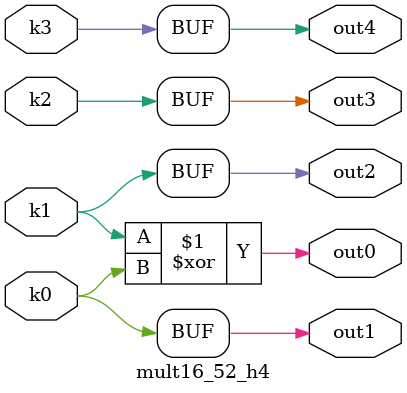
<source format=v>
module mult16_52(pi0, pi1, pi2, pi3, pi4, pi5, pi6, pi7, po0, po1, po2, po3, po4);
input pi0, pi1, pi2, pi3, pi4, pi5, pi6, pi7;
output po0, po1, po2, po3, po4;
wire k0, k1, k2, k3;
mult16_52_w4 DUT1 (pi0, pi1, pi2, pi3, pi4, pi5, pi6, pi7, k0, k1, k2, k3);
mult16_52_h4 DUT2 (k0, k1, k2, k3, po0, po1, po2, po3, po4);
endmodule

module mult16_52_w4(in7, in6, in5, in4, in3, in2, in1, in0, k3, k2, k1, k0);
input in7, in6, in5, in4, in3, in2, in1, in0;
output k3, k2, k1, k0;
assign k0 =   in0 & ((~in3 & (in2 | in1)) | (in2 & in1));
assign k1 =   (((in7 & (~in6 | ~in5)) | (~in6 & ~in5)) & ((in3 & (~in2 ^ in1)) | ~in4 | (~in3 & (in2 ^ in1)))) | (~in4 & (in3 ? (~in2 ^ in1) : (in2 ^ in1)));
assign k2 =   ((~in2 ^ in1) & (((~in4 ^ in3) & ((in7 & (~in6 | ~in5)) | (~in6 & ~in5))) | (((in6 & in5) | (~in7 & (in6 | in5))) & (in4 ^ in3)))) | ((in2 ^ in1) & ((((in7 & (~in6 | ~in5)) | (~in6 & ~in5)) & (in4 ^ in3)) | ((~in4 ^ in3) & ((in6 & in5) | (~in7 & (in6 | in5))))));
assign k3 =   in7 ? (in6 ^ in5) : (~in6 ^ in5);
endmodule

module mult16_52_h4(k3, k2, k1, k0, out4, out3, out2, out1, out0);
input k3, k2, k1, k0;
output out4, out3, out2, out1, out0;
assign out0 = k1 ^ k0;
assign out1 = k0;
assign out2 = k1;
assign out3 = k2;
assign out4 = k3;
endmodule

</source>
